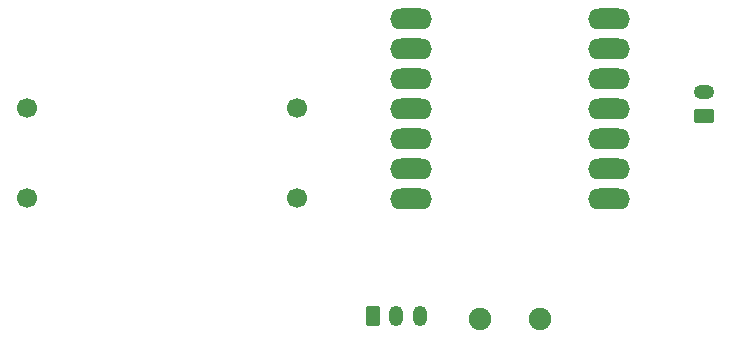
<source format=gbr>
%TF.GenerationSoftware,KiCad,Pcbnew,9.0.6*%
%TF.CreationDate,2026-02-28T16:28:42-08:00*%
%TF.ProjectId,display_new,64697370-6c61-4795-9f6e-65772e6b6963,rev?*%
%TF.SameCoordinates,Original*%
%TF.FileFunction,Soldermask,Bot*%
%TF.FilePolarity,Negative*%
%FSLAX46Y46*%
G04 Gerber Fmt 4.6, Leading zero omitted, Abs format (unit mm)*
G04 Created by KiCad (PCBNEW 9.0.6) date 2026-02-28 16:28:42*
%MOMM*%
%LPD*%
G01*
G04 APERTURE LIST*
G04 Aperture macros list*
%AMRoundRect*
0 Rectangle with rounded corners*
0 $1 Rounding radius*
0 $2 $3 $4 $5 $6 $7 $8 $9 X,Y pos of 4 corners*
0 Add a 4 corners polygon primitive as box body*
4,1,4,$2,$3,$4,$5,$6,$7,$8,$9,$2,$3,0*
0 Add four circle primitives for the rounded corners*
1,1,$1+$1,$2,$3*
1,1,$1+$1,$4,$5*
1,1,$1+$1,$6,$7*
1,1,$1+$1,$8,$9*
0 Add four rect primitives between the rounded corners*
20,1,$1+$1,$2,$3,$4,$5,0*
20,1,$1+$1,$4,$5,$6,$7,0*
20,1,$1+$1,$6,$7,$8,$9,0*
20,1,$1+$1,$8,$9,$2,$3,0*%
G04 Aperture macros list end*
%ADD10O,1.750000X1.200000*%
%ADD11RoundRect,0.250000X0.625000X-0.350000X0.625000X0.350000X-0.625000X0.350000X-0.625000X-0.350000X0*%
%ADD12C,1.700000*%
%ADD13RoundRect,0.250000X-0.350000X-0.625000X0.350000X-0.625000X0.350000X0.625000X-0.350000X0.625000X0*%
%ADD14O,1.200000X1.750000*%
%ADD15O,3.556000X1.778000*%
%ADD16C,1.905000*%
G04 APERTURE END LIST*
D10*
%TO.C,J2*%
X154500000Y-84000000D03*
D11*
X154500000Y-86000000D03*
%TD*%
D12*
%TO.C,M1*%
X120120000Y-85380000D03*
X120120000Y-93000000D03*
X97260000Y-85380000D03*
X97260000Y-93000000D03*
%TD*%
D13*
%TO.C,J1*%
X126500000Y-103000000D03*
D14*
X128500000Y-103000000D03*
X130500000Y-103000000D03*
%TD*%
D15*
%TO.C,U1*%
X129738000Y-77800000D03*
X129738000Y-80340000D03*
X129738000Y-82880000D03*
X129738000Y-85420000D03*
X129738000Y-87960000D03*
X129738000Y-90500000D03*
X129738000Y-93040000D03*
X146502000Y-93040000D03*
X146502000Y-90500000D03*
X146502000Y-87960000D03*
X146502000Y-85420000D03*
X146502000Y-82880000D03*
X146502000Y-80340000D03*
X146502000Y-77800000D03*
D16*
X135580000Y-103200000D03*
X140660000Y-103200000D03*
%TD*%
M02*

</source>
